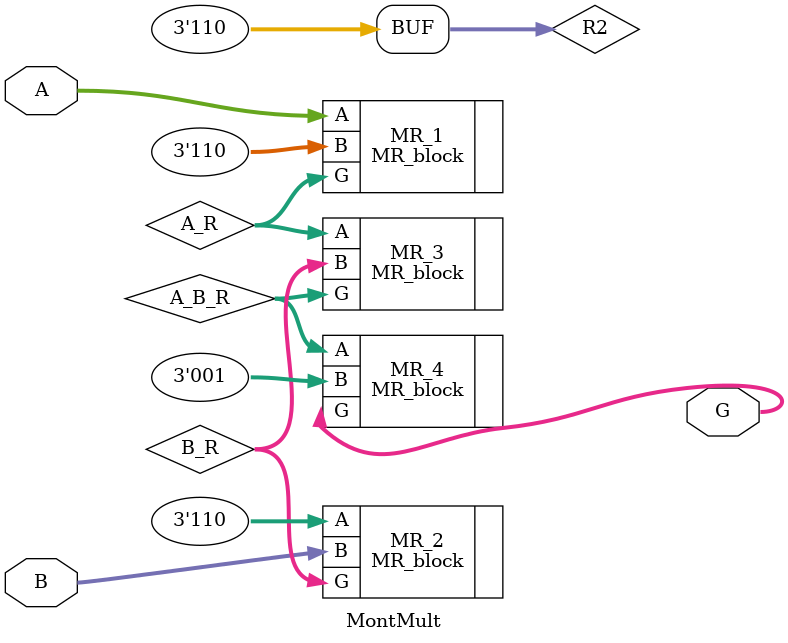
<source format=v>
`timescale 1ns / 1ps


module MontMult(
    input [2:0] A,
    input [2:0] B,
    output [2:0] G
    );
    wire [2:0] R2;
    assign R2 = 3'b110;
    wire [2:0] A_R,B_R,A_B_R;
    MR_block MR_1(.A(A),.B(R2),.G(A_R));
    MR_block MR_2(.A(R2),.B(B),.G(B_R));
    MR_block MR_3(.A(A_R),.B(B_R),.G(A_B_R));
    MR_block MR_4(.A(A_B_R),.B(3'b001),.G(G));

endmodule

</source>
